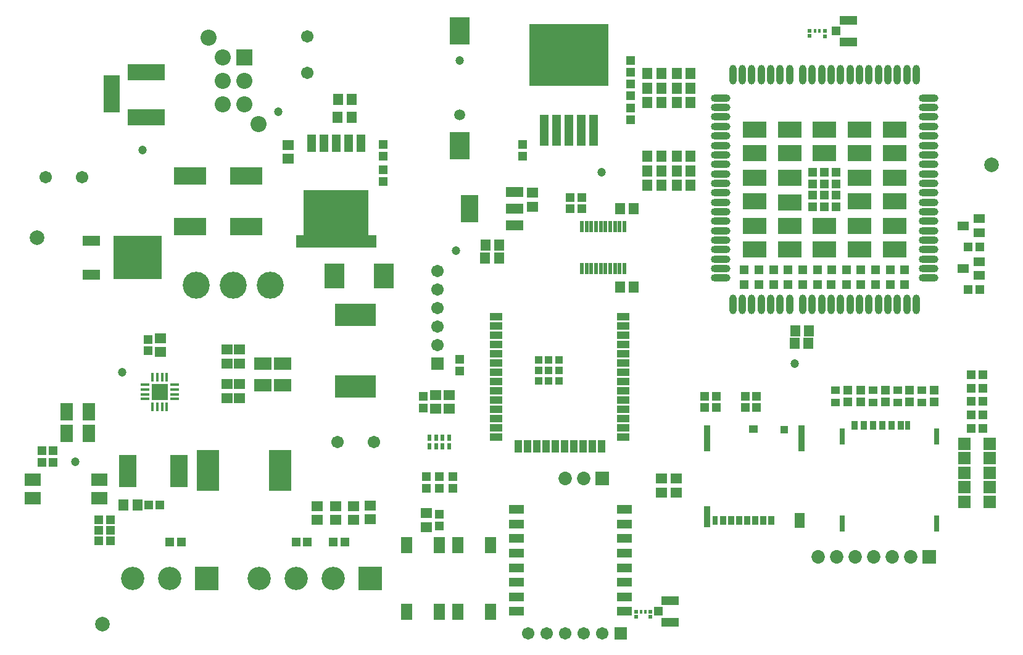
<source format=gts>
G04*
G04 #@! TF.GenerationSoftware,Altium Limited,Altium Designer,24.5.2 (23)*
G04*
G04 Layer_Color=8388736*
%FSLAX25Y25*%
%MOIN*%
G70*
G04*
G04 #@! TF.SameCoordinates,8FE26F7D-864F-485A-8D9F-B4AC665C6A70*
G04*
G04*
G04 #@! TF.FilePolarity,Negative*
G04*
G01*
G75*
%ADD67R,0.04934X0.03871*%
%ADD68R,0.04343X0.04461*%
%ADD69R,0.03556X0.13910*%
%ADD70R,0.03780X0.11417*%
%ADD71R,0.05288X0.08005*%
%ADD72R,0.03150X0.04724*%
%ADD73R,0.03556X0.05131*%
%ADD74R,0.05524X0.05918*%
%ADD75C,0.04737*%
%ADD76R,0.06706X0.06706*%
%ADD77R,0.01778X0.01975*%
G04:AMPARAMS|DCode=78|XSize=106.42mil|YSize=39.5mil|CornerRadius=19.75mil|HoleSize=0mil|Usage=FLASHONLY|Rotation=90.000|XOffset=0mil|YOffset=0mil|HoleType=Round|Shape=RoundedRectangle|*
%AMROUNDEDRECTD78*
21,1,0.10642,0.00000,0,0,90.0*
21,1,0.06693,0.03950,0,0,90.0*
1,1,0.03950,0.00000,0.03347*
1,1,0.03950,0.00000,-0.03347*
1,1,0.03950,0.00000,-0.03347*
1,1,0.03950,0.00000,0.03347*
%
%ADD78ROUNDEDRECTD78*%
%ADD79R,0.05131X0.05131*%
G04:AMPARAMS|DCode=80|XSize=106.42mil|YSize=39.5mil|CornerRadius=19.75mil|HoleSize=0mil|Usage=FLASHONLY|Rotation=180.000|XOffset=0mil|YOffset=0mil|HoleType=Round|Shape=RoundedRectangle|*
%AMROUNDEDRECTD80*
21,1,0.10642,0.00000,0,0,180.0*
21,1,0.06693,0.03950,0,0,180.0*
1,1,0.03950,-0.03347,0.00000*
1,1,0.03950,0.03347,0.00000*
1,1,0.03950,0.03347,0.00000*
1,1,0.03950,-0.03347,0.00000*
%
%ADD80ROUNDEDRECTD80*%
%ADD81R,0.12611X0.08674*%
%ADD82R,0.04816X0.04501*%
%ADD83R,0.04737X0.04343*%
%ADD84R,0.01975X0.01975*%
%ADD85R,0.05918X0.05524*%
%ADD86R,0.11036X0.14973*%
%ADD87R,0.04501X0.04816*%
%ADD88R,0.06312X0.09068*%
%ADD89R,0.06706X0.04343*%
%ADD90R,0.04343X0.06706*%
%ADD91R,0.04343X0.04343*%
%ADD92R,0.02368X0.03550*%
%ADD93R,0.09461X0.04934*%
%ADD94R,0.05131X0.04737*%
%ADD95R,0.06312X0.04737*%
%ADD96R,0.08477X0.04934*%
%ADD97R,0.05013X0.09304*%
%ADD98R,0.04900X0.16700*%
%ADD99R,0.09461X0.14580*%
%ADD100R,0.09461X0.05524*%
%ADD101R,0.10642X0.13792*%
%ADD102R,0.12217X0.22060*%
%ADD103R,0.06706X0.09461*%
%ADD104R,0.09461X0.06706*%
%ADD105R,0.08661X0.08661*%
%ADD106R,0.05118X0.01575*%
%ADD107R,0.01575X0.05118*%
%ADD108R,0.09461X0.17729*%
%ADD109R,0.09776X0.05524*%
%ADD110R,0.25997X0.23635*%
%ADD111R,0.09068X0.06706*%
G04:AMPARAMS|DCode=112|XSize=61.06mil|YSize=19.72mil|CornerRadius=2.97mil|HoleSize=0mil|Usage=FLASHONLY|Rotation=270.000|XOffset=0mil|YOffset=0mil|HoleType=Round|Shape=RoundedRectangle|*
%AMROUNDEDRECTD112*
21,1,0.06106,0.01378,0,0,270.0*
21,1,0.05512,0.01972,0,0,270.0*
1,1,0.00594,-0.00689,-0.02756*
1,1,0.00594,-0.00689,0.02756*
1,1,0.00594,0.00689,0.02756*
1,1,0.00594,0.00689,-0.02756*
%
%ADD112ROUNDEDRECTD112*%
%ADD113R,0.43100X0.33500*%
%ADD114R,0.22060X0.12217*%
%ADD115R,0.17729X0.09461*%
%ADD116C,0.07874*%
%ADD117R,0.03084X0.09068*%
%ADD118R,0.02795X0.04685*%
%ADD119R,0.03347X0.04842*%
%ADD120R,0.03189X0.04685*%
%ADD121C,0.07296*%
%ADD122R,0.07296X0.07296*%
%ADD123C,0.06706*%
%ADD124R,0.07296X0.07296*%
%ADD125R,0.06706X0.06706*%
%ADD126C,0.05918*%
%ADD127C,0.14580*%
%ADD128R,0.12611X0.12611*%
%ADD129C,0.12611*%
%ADD130R,0.20485X0.08674*%
%ADD131R,0.08674X0.20485*%
%ADD132C,0.08674*%
%ADD133R,0.08674X0.08674*%
G36*
X190753Y246153D02*
X190772Y246150D01*
X191095D01*
Y245827D01*
X191098Y245808D01*
X191102Y245756D01*
Y221747D01*
X194835D01*
X194887Y221744D01*
X194906Y221740D01*
X195228D01*
Y221417D01*
X195232Y221399D01*
X195236Y221346D01*
Y215559D01*
X195232Y215507D01*
X195228Y215488D01*
Y215165D01*
X194906D01*
X194887Y215162D01*
X194835Y215158D01*
X152315D01*
X152263Y215162D01*
X152244Y215165D01*
X151921D01*
Y215488D01*
X151918Y215507D01*
X151914Y215559D01*
Y221346D01*
X151918Y221399D01*
X151921Y221417D01*
Y221740D01*
X152244D01*
X152263Y221744D01*
X152315Y221747D01*
X156048D01*
Y245756D01*
X156051Y245808D01*
X156055Y245827D01*
Y246150D01*
X156378D01*
X156396Y246153D01*
X156449Y246157D01*
X190701D01*
X190753Y246153D01*
D02*
G37*
D67*
X398937Y117205D02*
D03*
D68*
X415728Y116909D02*
D03*
D69*
X373799Y112185D02*
D03*
X424823D02*
D03*
D70*
X374114Y69803D02*
D03*
D71*
X423957Y67894D02*
D03*
D72*
X378366Y67835D02*
D03*
D73*
X382697D02*
D03*
X387028D02*
D03*
X391358D02*
D03*
X395689D02*
D03*
X400020D02*
D03*
X404350D02*
D03*
X408681D02*
D03*
D74*
X421205Y163351D02*
D03*
X254134Y216507D02*
D03*
X261614D02*
D03*
X254012Y209578D02*
D03*
X261492D02*
D03*
X326969Y193898D02*
D03*
X334449D02*
D03*
X66227Y76021D02*
D03*
X58746D02*
D03*
X428937Y170276D02*
D03*
X421457D02*
D03*
X334329Y236221D02*
D03*
X326849D02*
D03*
X341732Y264370D02*
D03*
X349213D02*
D03*
X341732Y256496D02*
D03*
X349213D02*
D03*
X341732Y248622D02*
D03*
X349213D02*
D03*
X364961Y248622D02*
D03*
X357480D02*
D03*
X364961Y256496D02*
D03*
X357480D02*
D03*
X364961Y264370D02*
D03*
X357480D02*
D03*
X349213Y293307D02*
D03*
X341732D02*
D03*
X349213Y301181D02*
D03*
X341732D02*
D03*
X349213Y309055D02*
D03*
X341732D02*
D03*
X357480Y309055D02*
D03*
X364961D02*
D03*
X357480Y301181D02*
D03*
X364961D02*
D03*
X357480Y293307D02*
D03*
X364961D02*
D03*
X181962Y295205D02*
D03*
X174481D02*
D03*
X181890Y285433D02*
D03*
X174409D02*
D03*
X428686Y163351D02*
D03*
D75*
X421205Y152400D02*
D03*
X68898Y267717D02*
D03*
X238189Y213583D02*
D03*
X32480Y99410D02*
D03*
X316929Y255906D02*
D03*
X58071Y147638D02*
D03*
X142126Y288386D02*
D03*
X240158Y316122D02*
D03*
D76*
X526575Y109252D02*
D03*
Y101378D02*
D03*
X512795Y109252D02*
D03*
Y101378D02*
D03*
X526575Y93504D02*
D03*
X512795D02*
D03*
X526575Y85630D02*
D03*
X512795D02*
D03*
Y77756D02*
D03*
X526575D02*
D03*
X327165Y6890D02*
D03*
D77*
X434744Y332035D02*
D03*
X432185D02*
D03*
X340720Y18590D02*
D03*
X338160D02*
D03*
D78*
X425591Y308465D02*
D03*
X430709D02*
D03*
Y184449D02*
D03*
X425591D02*
D03*
X387795Y308465D02*
D03*
X392913D02*
D03*
X398031D02*
D03*
X403150D02*
D03*
X408268D02*
D03*
X413386D02*
D03*
X418504D02*
D03*
X435827D02*
D03*
X440945D02*
D03*
X446063D02*
D03*
X451181D02*
D03*
X456299D02*
D03*
X461417D02*
D03*
X466536D02*
D03*
X471654D02*
D03*
X476772D02*
D03*
X481890D02*
D03*
X487008D02*
D03*
Y184449D02*
D03*
X481890D02*
D03*
X476772D02*
D03*
X471654D02*
D03*
X466536D02*
D03*
X461417D02*
D03*
X456299D02*
D03*
X451181D02*
D03*
X446063D02*
D03*
X440945D02*
D03*
X435827D02*
D03*
X418504D02*
D03*
X413386D02*
D03*
X408268D02*
D03*
X403150D02*
D03*
X398031D02*
D03*
X392913D02*
D03*
X387795D02*
D03*
D79*
X480709Y195276D02*
D03*
X472835D02*
D03*
X464961D02*
D03*
X457087D02*
D03*
X449213D02*
D03*
X440945D02*
D03*
X433465D02*
D03*
X425591D02*
D03*
X417717D02*
D03*
X409842D02*
D03*
X401968D02*
D03*
X394094D02*
D03*
X480709Y203150D02*
D03*
X472835D02*
D03*
X464961D02*
D03*
X457087D02*
D03*
X449213D02*
D03*
X441339D02*
D03*
X433465D02*
D03*
X425591D02*
D03*
X417717D02*
D03*
X409842D02*
D03*
X401968D02*
D03*
X394094D02*
D03*
X443701Y237008D02*
D03*
X437402D02*
D03*
X431102D02*
D03*
X443701Y243307D02*
D03*
X437402D02*
D03*
X431102D02*
D03*
X443701Y249606D02*
D03*
X437402D02*
D03*
X431102D02*
D03*
X443701Y255906D02*
D03*
X437402D02*
D03*
X431102D02*
D03*
D80*
X493504Y198622D02*
D03*
Y203740D02*
D03*
X381299Y198622D02*
D03*
Y203740D02*
D03*
Y208858D02*
D03*
Y213976D02*
D03*
Y219094D02*
D03*
Y224213D02*
D03*
Y229331D02*
D03*
Y234449D02*
D03*
Y239567D02*
D03*
Y244685D02*
D03*
Y249803D02*
D03*
Y254921D02*
D03*
Y260039D02*
D03*
Y265158D02*
D03*
Y270276D02*
D03*
Y275394D02*
D03*
Y280512D02*
D03*
Y285630D02*
D03*
Y290748D02*
D03*
Y295866D02*
D03*
X493504D02*
D03*
Y290748D02*
D03*
Y285630D02*
D03*
Y280512D02*
D03*
Y275394D02*
D03*
Y270276D02*
D03*
Y265158D02*
D03*
Y260039D02*
D03*
Y254921D02*
D03*
Y249803D02*
D03*
Y244685D02*
D03*
Y239567D02*
D03*
Y234449D02*
D03*
Y229331D02*
D03*
Y224213D02*
D03*
Y219094D02*
D03*
Y213976D02*
D03*
Y208858D02*
D03*
D81*
X475197Y214173D02*
D03*
X456299D02*
D03*
X437402D02*
D03*
X418504D02*
D03*
X399606D02*
D03*
X475197Y226772D02*
D03*
X456299D02*
D03*
X437402D02*
D03*
X418504D02*
D03*
X399606D02*
D03*
X475197Y240158D02*
D03*
X456299D02*
D03*
X418504Y239567D02*
D03*
X399606Y240158D02*
D03*
X475197Y252756D02*
D03*
X456299D02*
D03*
X418504D02*
D03*
X399606D02*
D03*
X475197Y266142D02*
D03*
X456299D02*
D03*
X437402D02*
D03*
X418504D02*
D03*
X399606D02*
D03*
X475197Y278740D02*
D03*
X456299D02*
D03*
X437402D02*
D03*
X418504D02*
D03*
X399606D02*
D03*
D82*
X240158Y148465D02*
D03*
Y154685D02*
D03*
X14764Y99252D02*
D03*
Y105473D02*
D03*
X20669D02*
D03*
Y99252D02*
D03*
X229331Y71024D02*
D03*
Y64803D02*
D03*
X222441Y85276D02*
D03*
Y91496D02*
D03*
X229331Y85276D02*
D03*
Y91496D02*
D03*
X236653Y85276D02*
D03*
Y91496D02*
D03*
X220472Y128583D02*
D03*
Y134803D02*
D03*
X71850Y165512D02*
D03*
Y159291D02*
D03*
X274232Y270827D02*
D03*
Y264606D02*
D03*
X332677Y316102D02*
D03*
Y309882D02*
D03*
Y303465D02*
D03*
Y297244D02*
D03*
Y290354D02*
D03*
Y284134D02*
D03*
X198819Y264606D02*
D03*
Y270827D02*
D03*
Y250827D02*
D03*
Y257047D02*
D03*
X496673Y138035D02*
D03*
Y131814D02*
D03*
X483290Y138035D02*
D03*
Y131814D02*
D03*
X470351Y138035D02*
D03*
Y131814D02*
D03*
X450019Y138035D02*
D03*
Y131814D02*
D03*
X456931Y138035D02*
D03*
Y131814D02*
D03*
D83*
X463509Y138271D02*
D03*
Y131578D02*
D03*
X443291Y131578D02*
D03*
Y138271D02*
D03*
X476880Y138271D02*
D03*
Y131578D02*
D03*
X489822Y138271D02*
D03*
Y131578D02*
D03*
D84*
X437626Y332035D02*
D03*
Y329279D02*
D03*
X429134Y332087D02*
D03*
Y329331D02*
D03*
X335677Y18590D02*
D03*
Y15834D02*
D03*
X343377Y15834D02*
D03*
Y18590D02*
D03*
D85*
X114556Y141375D02*
D03*
Y133895D02*
D03*
X78740Y158661D02*
D03*
Y166142D02*
D03*
X114556Y152565D02*
D03*
Y160046D02*
D03*
X121446Y141375D02*
D03*
Y133895D02*
D03*
X121446Y152565D02*
D03*
Y160046D02*
D03*
X279528Y244685D02*
D03*
Y237205D02*
D03*
X349409Y90354D02*
D03*
Y82874D02*
D03*
X357283Y90354D02*
D03*
Y82874D02*
D03*
X222441Y71653D02*
D03*
Y64173D02*
D03*
X227362Y135433D02*
D03*
Y127953D02*
D03*
X234685Y135433D02*
D03*
Y127953D02*
D03*
X191929Y75787D02*
D03*
Y68307D02*
D03*
X183071Y75590D02*
D03*
Y68110D02*
D03*
X147638Y262992D02*
D03*
Y270472D02*
D03*
X173228Y68110D02*
D03*
Y75590D02*
D03*
X163386D02*
D03*
Y68110D02*
D03*
D86*
X240158Y270098D02*
D03*
Y332264D02*
D03*
D87*
X522795Y117508D02*
D03*
X516575D02*
D03*
X372716Y134769D02*
D03*
X378937D02*
D03*
X400693Y134769D02*
D03*
X394472D02*
D03*
X372716Y128937D02*
D03*
X378937D02*
D03*
X400693Y128937D02*
D03*
X394472D02*
D03*
X522795Y146465D02*
D03*
X516575D02*
D03*
X522795Y139020D02*
D03*
X516575D02*
D03*
Y124646D02*
D03*
X522795D02*
D03*
Y131972D02*
D03*
X516575D02*
D03*
X83673Y56102D02*
D03*
X89892D02*
D03*
X151813Y56102D02*
D03*
X158031D02*
D03*
X172087D02*
D03*
X178307D02*
D03*
X306298Y242059D02*
D03*
X300077D02*
D03*
X306298Y236221D02*
D03*
X300077D02*
D03*
X521128Y192547D02*
D03*
X514907D02*
D03*
X521128Y215598D02*
D03*
X514907D02*
D03*
X78392Y76021D02*
D03*
X72172D02*
D03*
X45305Y68262D02*
D03*
X51525D02*
D03*
X51525Y62441D02*
D03*
X45305D02*
D03*
X45305Y56619D02*
D03*
X51525D02*
D03*
D88*
X229331Y54331D02*
D03*
X211614D02*
D03*
Y18504D02*
D03*
X229331D02*
D03*
X239173D02*
D03*
X256890D02*
D03*
Y54331D02*
D03*
X239173D02*
D03*
D89*
X259842Y177677D02*
D03*
Y172677D02*
D03*
X259842Y167677D02*
D03*
X259842Y162677D02*
D03*
Y157677D02*
D03*
Y152677D02*
D03*
Y147677D02*
D03*
Y142677D02*
D03*
Y137677D02*
D03*
Y132677D02*
D03*
X259842Y127677D02*
D03*
X259842Y122677D02*
D03*
Y117677D02*
D03*
Y112677D02*
D03*
X328740D02*
D03*
Y117677D02*
D03*
Y122677D02*
D03*
X328740Y127677D02*
D03*
X328740Y132677D02*
D03*
Y137677D02*
D03*
Y142677D02*
D03*
Y147677D02*
D03*
Y152677D02*
D03*
Y157677D02*
D03*
Y162677D02*
D03*
X328740Y167677D02*
D03*
X328740Y172677D02*
D03*
Y177677D02*
D03*
D90*
X271811Y107756D02*
D03*
X276811Y107756D02*
D03*
X281811Y107756D02*
D03*
X286811D02*
D03*
X291811Y107756D02*
D03*
X296811Y107756D02*
D03*
X301811Y107756D02*
D03*
X306811Y107756D02*
D03*
X311811D02*
D03*
X316811Y107756D02*
D03*
D91*
X282874Y154291D02*
D03*
X288386D02*
D03*
X293898D02*
D03*
X282874Y148779D02*
D03*
X288386D02*
D03*
X293898Y148779D02*
D03*
X282874Y143268D02*
D03*
X288386D02*
D03*
X293898D02*
D03*
D92*
X224012Y107677D02*
D03*
X227555D02*
D03*
X231099D02*
D03*
X234642D02*
D03*
Y112401D02*
D03*
X231099D02*
D03*
X227555D02*
D03*
X224012D02*
D03*
D93*
X450198Y337841D02*
D03*
Y326227D02*
D03*
X354105Y24438D02*
D03*
Y12823D02*
D03*
D94*
X443702Y332034D02*
D03*
X347609Y18631D02*
D03*
D95*
X512402Y203740D02*
D03*
X521063Y207480D02*
D03*
Y200000D02*
D03*
X512402Y226916D02*
D03*
X521063Y230656D02*
D03*
Y223175D02*
D03*
D96*
X270936Y73749D02*
D03*
Y65875D02*
D03*
Y58001D02*
D03*
Y50127D02*
D03*
Y42253D02*
D03*
Y34379D02*
D03*
Y26505D02*
D03*
Y18631D02*
D03*
X329204D02*
D03*
Y26505D02*
D03*
Y34379D02*
D03*
Y42253D02*
D03*
Y50127D02*
D03*
Y58001D02*
D03*
Y65875D02*
D03*
Y73749D02*
D03*
D97*
X186961Y271346D02*
D03*
X180268D02*
D03*
X173575D02*
D03*
X166882D02*
D03*
X160189D02*
D03*
D98*
X292520Y278350D02*
D03*
X285827D02*
D03*
X299213D02*
D03*
X305906D02*
D03*
X312598D02*
D03*
D99*
X245669Y236221D02*
D03*
D100*
X270079Y245276D02*
D03*
Y236221D02*
D03*
Y227165D02*
D03*
D101*
X172638Y199803D02*
D03*
X199409D02*
D03*
D102*
X104264Y94874D02*
D03*
X143241D02*
D03*
D103*
X39835Y126428D02*
D03*
X28024D02*
D03*
X39835Y114618D02*
D03*
X28024D02*
D03*
D104*
X144685Y152559D02*
D03*
Y140748D02*
D03*
X133858Y152559D02*
D03*
Y140748D02*
D03*
D105*
X78209Y137185D02*
D03*
D106*
X70138Y133346D02*
D03*
Y135906D02*
D03*
Y138465D02*
D03*
Y141024D02*
D03*
X86279Y138465D02*
D03*
Y135906D02*
D03*
Y133346D02*
D03*
Y141024D02*
D03*
D107*
X74370Y145256D02*
D03*
X76929D02*
D03*
X79488D02*
D03*
X82047D02*
D03*
Y129114D02*
D03*
X79488D02*
D03*
X76929D02*
D03*
X74370D02*
D03*
D108*
X88583Y94488D02*
D03*
X61024D02*
D03*
D109*
X41417Y200590D02*
D03*
Y218701D02*
D03*
D110*
X66417Y209646D02*
D03*
D111*
X9646Y79646D02*
D03*
Y89646D02*
D03*
X45472D02*
D03*
Y79646D02*
D03*
D112*
X329323Y226522D02*
D03*
X326764D02*
D03*
X324205D02*
D03*
X321646D02*
D03*
X319087D02*
D03*
X316528D02*
D03*
X313969D02*
D03*
X311410D02*
D03*
X308851D02*
D03*
X306292D02*
D03*
Y203688D02*
D03*
X308851D02*
D03*
X311410D02*
D03*
X313969D02*
D03*
X316528D02*
D03*
X319087D02*
D03*
X321646D02*
D03*
X324205D02*
D03*
X326764D02*
D03*
X329323D02*
D03*
D113*
X299213Y319094D02*
D03*
D114*
X184055Y178937D02*
D03*
Y139961D02*
D03*
D115*
X94488Y226378D02*
D03*
Y253937D02*
D03*
X125000Y226378D02*
D03*
Y253937D02*
D03*
D116*
X47244Y11811D02*
D03*
X527559Y259842D02*
D03*
X11811Y220472D02*
D03*
D117*
X446850Y113218D02*
D03*
Y65974D02*
D03*
X498032D02*
D03*
Y113218D02*
D03*
D118*
X482205Y119065D02*
D03*
D119*
X458465D02*
D03*
X468465D02*
D03*
X453465D02*
D03*
X463465D02*
D03*
X473465D02*
D03*
D120*
X478465D02*
D03*
D121*
X297244Y90551D02*
D03*
X307244D02*
D03*
X434055Y48228D02*
D03*
X444055D02*
D03*
X454055D02*
D03*
X464055D02*
D03*
X474055D02*
D03*
X484055D02*
D03*
D122*
X317244Y90551D02*
D03*
D123*
X317165Y6890D02*
D03*
X307165D02*
D03*
X297165D02*
D03*
X287165D02*
D03*
X277165D02*
D03*
X228346Y202402D02*
D03*
Y192402D02*
D03*
Y182402D02*
D03*
Y172402D02*
D03*
Y162402D02*
D03*
X174213Y110236D02*
D03*
X193898D02*
D03*
X157980Y329224D02*
D03*
Y309539D02*
D03*
X16732Y252953D02*
D03*
X36417D02*
D03*
D124*
X494055Y48228D02*
D03*
D125*
X228346Y152402D02*
D03*
D126*
X240158Y286634D02*
D03*
D127*
X98110Y194882D02*
D03*
X118110D02*
D03*
X138110D02*
D03*
D128*
X191890Y36417D02*
D03*
X103661D02*
D03*
D129*
X171890D02*
D03*
X151890D02*
D03*
X131890D02*
D03*
X83661D02*
D03*
X63661D02*
D03*
D130*
X70866Y285433D02*
D03*
Y309842D02*
D03*
D131*
X52362Y298031D02*
D03*
D132*
X104724Y328346D02*
D03*
X131496Y281890D02*
D03*
X112205Y292520D02*
D03*
Y305118D02*
D03*
Y317717D02*
D03*
X124016Y292520D02*
D03*
Y305118D02*
D03*
D133*
Y317717D02*
D03*
M02*

</source>
